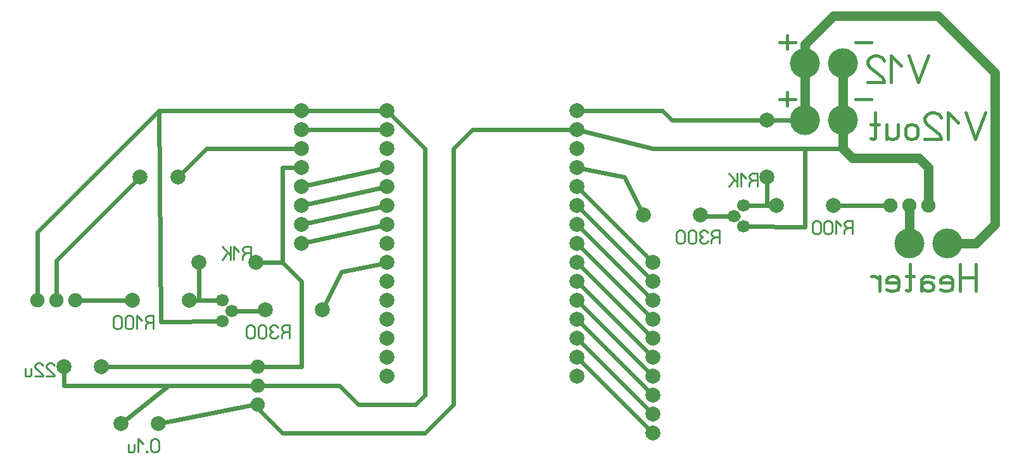
<source format=gbr>
%FSLAX34Y34*%
%MOMM*%
%LNCOPPER_BOTTOM*%
G71*
G01*
%ADD10C, 2.00*%
%ADD11C, 4.00*%
%ADD12C, 0.44*%
%ADD13C, 1.30*%
%ADD14C, 1.70*%
%ADD15C, 2.00*%
%ADD16C, 0.60*%
%ADD17C, 0.22*%
%ADD18C, 1.90*%
%LPD*%
X825500Y774700D02*
G54D10*
D03*
X825500Y749300D02*
G54D10*
D03*
X825500Y723900D02*
G54D10*
D03*
X825500Y698500D02*
G54D10*
D03*
X825500Y673100D02*
G54D10*
D03*
X825500Y647700D02*
G54D10*
D03*
X825500Y622300D02*
G54D10*
D03*
X825500Y596900D02*
G54D10*
D03*
X825500Y571500D02*
G54D10*
D03*
X825500Y546100D02*
G54D10*
D03*
X825500Y520700D02*
G54D10*
D03*
X825500Y495300D02*
G54D10*
D03*
X825500Y469900D02*
G54D10*
D03*
X825500Y444500D02*
G54D10*
D03*
X825500Y419100D02*
G54D10*
D03*
X571500Y774700D02*
G54D10*
D03*
X571500Y749300D02*
G54D10*
D03*
X571500Y723900D02*
G54D10*
D03*
X571500Y698500D02*
G54D10*
D03*
X571500Y673100D02*
G54D10*
D03*
X571500Y647700D02*
G54D10*
D03*
X571500Y622300D02*
G54D10*
D03*
X571500Y596900D02*
G54D10*
D03*
X571500Y571500D02*
G54D10*
D03*
X571500Y546100D02*
G54D10*
D03*
X571500Y520700D02*
G54D10*
D03*
X571500Y495300D02*
G54D10*
D03*
X571500Y469900D02*
G54D10*
D03*
X571500Y444500D02*
G54D10*
D03*
X571500Y419100D02*
G54D10*
D03*
X1130300Y838200D02*
G54D11*
D03*
X1181100Y838200D02*
G54D11*
D03*
G54D12*
X1117600Y866456D02*
X1096267Y866456D01*
G54D12*
X1106933Y875344D02*
X1106933Y857567D01*
G54D12*
X1219200Y866456D02*
X1197867Y866456D01*
G54D12*
X1295400Y848356D02*
X1282067Y812800D01*
X1268733Y848356D01*
G54D12*
X1258955Y835022D02*
X1245622Y848356D01*
X1245622Y812800D01*
G54D12*
X1214511Y812800D02*
X1235844Y812800D01*
X1235844Y815022D01*
X1233177Y819467D01*
X1217177Y832800D01*
X1214511Y837244D01*
X1214511Y841689D01*
X1217177Y846133D01*
X1222511Y848356D01*
X1227844Y848356D01*
X1233177Y846133D01*
X1235844Y841689D01*
X1130300Y762000D02*
G54D11*
D03*
X1181100Y762000D02*
G54D11*
D03*
G54D12*
X1117600Y790256D02*
X1096267Y790256D01*
G54D12*
X1106933Y799144D02*
X1106933Y781367D01*
G54D12*
X1219200Y790256D02*
X1197867Y790256D01*
G54D12*
X1371600Y772156D02*
X1358267Y736600D01*
X1344933Y772156D01*
G54D12*
X1335155Y758822D02*
X1321822Y772156D01*
X1321822Y736600D01*
G54D12*
X1290711Y736600D02*
X1312044Y736600D01*
X1312044Y738822D01*
X1309377Y743267D01*
X1293377Y756600D01*
X1290711Y761044D01*
X1290711Y765489D01*
X1293377Y769933D01*
X1298711Y772156D01*
X1304044Y772156D01*
X1309377Y769933D01*
X1312044Y765489D01*
G54D12*
X1264933Y741933D02*
X1264933Y750822D01*
X1267600Y755267D01*
X1272933Y756600D01*
X1278266Y755267D01*
X1280933Y750822D01*
X1280933Y741933D01*
X1278266Y737489D01*
X1272933Y736600D01*
X1267600Y737489D01*
X1264933Y741933D01*
G54D12*
X1239155Y756600D02*
X1239155Y736600D01*
G54D12*
X1239155Y741044D02*
X1241822Y737489D01*
X1247155Y736600D01*
X1252488Y737489D01*
X1255155Y741044D01*
X1255155Y756600D01*
G54D12*
X1224044Y772156D02*
X1224044Y738822D01*
X1221377Y736600D01*
X1218710Y737489D01*
G54D12*
X1229377Y756600D02*
X1218710Y756600D01*
G54D13*
X1130300Y838200D02*
X1130300Y762000D01*
G54D13*
X1181100Y838200D02*
X1181100Y762000D01*
G54D13*
X1181100Y723900D02*
X1181100Y762000D01*
X1048165Y647700D02*
G54D14*
D03*
X1035465Y633700D02*
G54D14*
D03*
X1048165Y619700D02*
G54D14*
D03*
X1092200Y647700D02*
G54D15*
D03*
X1168400Y647700D02*
G54D15*
D03*
X914400Y635000D02*
G54D15*
D03*
X990600Y635000D02*
G54D15*
D03*
G54D16*
X1041400Y633700D02*
X991900Y633700D01*
X990600Y635000D01*
G54D16*
X1048165Y619700D02*
X1130300Y619068D01*
X1130300Y723900D01*
G54D16*
X914400Y635000D02*
X889000Y685800D01*
X825500Y698500D01*
G54D16*
X1048165Y647700D02*
X1092200Y647700D01*
G54D17*
X1188467Y618489D02*
X1184467Y616267D01*
X1183133Y614044D01*
X1183133Y609600D01*
G54D17*
X1193800Y609600D02*
X1193800Y627378D01*
X1187133Y627378D01*
X1184467Y626267D01*
X1183133Y624044D01*
X1183133Y621822D01*
X1184467Y619600D01*
X1187133Y618489D01*
X1193800Y618489D01*
G54D17*
X1178244Y620711D02*
X1171577Y627378D01*
X1171577Y609600D01*
G54D17*
X1156021Y624044D02*
X1156021Y612933D01*
X1157355Y610711D01*
X1160021Y609600D01*
X1162688Y609600D01*
X1165355Y610711D01*
X1166688Y612933D01*
X1166688Y624044D01*
X1165355Y626267D01*
X1162688Y627378D01*
X1160021Y627378D01*
X1157355Y626267D01*
X1156021Y624044D01*
G54D17*
X1140465Y624044D02*
X1140465Y612933D01*
X1141799Y610711D01*
X1144465Y609600D01*
X1147132Y609600D01*
X1149799Y610711D01*
X1151132Y612933D01*
X1151132Y624044D01*
X1149799Y626267D01*
X1147132Y627378D01*
X1144465Y627378D01*
X1141799Y626267D01*
X1140465Y624044D01*
G54D17*
X1010667Y605789D02*
X1006667Y603567D01*
X1005333Y601344D01*
X1005333Y596900D01*
G54D17*
X1016000Y596900D02*
X1016000Y614678D01*
X1009333Y614678D01*
X1006667Y613567D01*
X1005333Y611344D01*
X1005333Y609122D01*
X1006667Y606900D01*
X1009333Y605789D01*
X1016000Y605789D01*
G54D17*
X1000444Y611344D02*
X999111Y613567D01*
X996444Y614678D01*
X993777Y614678D01*
X991111Y613567D01*
X989777Y611344D01*
X989777Y609122D01*
X991111Y606900D01*
X993777Y605789D01*
X991111Y604678D01*
X989777Y602456D01*
X989777Y600233D01*
X991111Y598011D01*
X993777Y596900D01*
X996444Y596900D01*
X999111Y598011D01*
X1000444Y600233D01*
G54D17*
X974221Y611344D02*
X974221Y600233D01*
X975555Y598011D01*
X978221Y596900D01*
X980888Y596900D01*
X983555Y598011D01*
X984888Y600233D01*
X984888Y611344D01*
X983555Y613567D01*
X980888Y614678D01*
X978221Y614678D01*
X975555Y613567D01*
X974221Y611344D01*
G54D17*
X958665Y611344D02*
X958665Y600233D01*
X959999Y598011D01*
X962665Y596900D01*
X965332Y596900D01*
X967999Y598011D01*
X969332Y600233D01*
X969332Y611344D01*
X967999Y613567D01*
X965332Y614678D01*
X962665Y614678D01*
X959999Y613567D01*
X958665Y611344D01*
X1079500Y762000D02*
G54D15*
D03*
X1079500Y685800D02*
G54D15*
D03*
G54D16*
X1079500Y685800D02*
X1079500Y647700D01*
G54D17*
X1061467Y681989D02*
X1057467Y679767D01*
X1056133Y677544D01*
X1056133Y673100D01*
G54D17*
X1066800Y673100D02*
X1066800Y690878D01*
X1060133Y690878D01*
X1057467Y689767D01*
X1056133Y687544D01*
X1056133Y685322D01*
X1057467Y683100D01*
X1060133Y681989D01*
X1066800Y681989D01*
G54D17*
X1051244Y684211D02*
X1044577Y690878D01*
X1044577Y673100D01*
G54D17*
X1039688Y673100D02*
X1039688Y690878D01*
G54D17*
X1039688Y678656D02*
X1029021Y690878D01*
G54D17*
X1035688Y681989D02*
X1029021Y673100D01*
X1244600Y647700D02*
G54D18*
D03*
X1270000Y647700D02*
G54D18*
D03*
X1295400Y647700D02*
G54D18*
D03*
G54D16*
X1168400Y647700D02*
X1244600Y647700D01*
G54D13*
X1295400Y647700D02*
X1295400Y698500D01*
X1282700Y711200D01*
X1193800Y711200D01*
X1181100Y723900D01*
X1270000Y596900D02*
G54D11*
D03*
G54D13*
X1270000Y596900D02*
X1270000Y647700D01*
G54D13*
X1130300Y838200D02*
X1130300Y863600D01*
X1168400Y901700D01*
X1308100Y901700D01*
X1384300Y825500D01*
X1384300Y622300D01*
X1358900Y596900D01*
X1333500Y596900D01*
X1320800Y596900D02*
G54D11*
D03*
G54D12*
X1358900Y533400D02*
X1358900Y568956D01*
G54D12*
X1337567Y533400D02*
X1337567Y568956D01*
G54D12*
X1358900Y551178D02*
X1337567Y551178D01*
G54D12*
X1311789Y535622D02*
X1316056Y533400D01*
X1321389Y533400D01*
X1326722Y535622D01*
X1327789Y540067D01*
X1327789Y547622D01*
X1325122Y552067D01*
X1319789Y553400D01*
X1314456Y552067D01*
X1311789Y548956D01*
X1311789Y544511D01*
X1327789Y544511D01*
G54D12*
X1302011Y551178D02*
X1296678Y553400D01*
X1290278Y553400D01*
X1286011Y548956D01*
X1286011Y533400D01*
G54D12*
X1286011Y540067D02*
X1288678Y544511D01*
X1294011Y545400D01*
X1299344Y544511D01*
X1302011Y540067D01*
X1300944Y535622D01*
X1296678Y533400D01*
X1294011Y533400D01*
X1292944Y533400D01*
X1288678Y535622D01*
X1286011Y540067D01*
G54D12*
X1270900Y568956D02*
X1270900Y535622D01*
X1268233Y533400D01*
X1265566Y534289D01*
G54D12*
X1276233Y553400D02*
X1265566Y553400D01*
G54D12*
X1239788Y535622D02*
X1244055Y533400D01*
X1249388Y533400D01*
X1254721Y535622D01*
X1255788Y540067D01*
X1255788Y547622D01*
X1253121Y552067D01*
X1247788Y553400D01*
X1242455Y552067D01*
X1239788Y548956D01*
X1239788Y544511D01*
X1255788Y544511D01*
G54D12*
X1230010Y533400D02*
X1230010Y553400D01*
G54D12*
X1230010Y548956D02*
X1224677Y553400D01*
X1219343Y553400D01*
G54D16*
X1130300Y762000D02*
X1079500Y762000D01*
X952500Y762000D01*
X939800Y774700D01*
X825500Y774700D01*
G54D16*
X825500Y749300D02*
X927100Y723900D01*
X1181100Y723900D01*
G54D16*
X571500Y774700D02*
X457200Y774700D01*
G54D16*
X571500Y749300D02*
X457200Y749300D01*
G54D16*
X571500Y698500D02*
X457200Y673100D01*
G54D16*
X571500Y673100D02*
X457200Y647700D01*
X457200Y774700D02*
G54D10*
D03*
X457200Y749300D02*
G54D10*
D03*
X457200Y673100D02*
G54D10*
D03*
X457200Y647700D02*
G54D10*
D03*
X351705Y520700D02*
G54D14*
D03*
X364405Y506700D02*
G54D14*
D03*
X351705Y492700D02*
G54D14*
D03*
X307670Y520700D02*
G54D15*
D03*
X231470Y520700D02*
G54D15*
D03*
X485470Y508000D02*
G54D15*
D03*
X409270Y508000D02*
G54D15*
D03*
G54D16*
X358470Y506700D02*
X407970Y506700D01*
X409270Y508000D01*
G54D16*
X351705Y492700D02*
X269570Y492068D01*
X266700Y774700D01*
X457200Y774700D01*
G54D16*
X485470Y508000D02*
X510870Y558800D01*
X574370Y571500D01*
G54D16*
X351705Y520700D02*
X307670Y520700D01*
G54D17*
X254072Y491489D02*
X250072Y489267D01*
X248738Y487044D01*
X248738Y482600D01*
G54D17*
X259405Y482600D02*
X259405Y500378D01*
X252738Y500378D01*
X250072Y499267D01*
X248738Y497044D01*
X248738Y494822D01*
X250072Y492600D01*
X252738Y491489D01*
X259405Y491489D01*
G54D17*
X243849Y493711D02*
X237182Y500378D01*
X237182Y482600D01*
G54D17*
X221626Y497044D02*
X221626Y485933D01*
X222960Y483711D01*
X225626Y482600D01*
X228293Y482600D01*
X230960Y483711D01*
X232293Y485933D01*
X232293Y497044D01*
X230960Y499267D01*
X228293Y500378D01*
X225626Y500378D01*
X222960Y499267D01*
X221626Y497044D01*
G54D17*
X206070Y497044D02*
X206070Y485933D01*
X207404Y483711D01*
X210070Y482600D01*
X212737Y482600D01*
X215404Y483711D01*
X216737Y485933D01*
X216737Y497044D01*
X215404Y499267D01*
X212737Y500378D01*
X210070Y500378D01*
X207404Y499267D01*
X206070Y497044D01*
G54D17*
X435872Y478789D02*
X431872Y476567D01*
X430538Y474344D01*
X430538Y469900D01*
G54D17*
X441205Y469900D02*
X441205Y487678D01*
X434538Y487678D01*
X431872Y486567D01*
X430538Y484344D01*
X430538Y482122D01*
X431872Y479900D01*
X434538Y478789D01*
X441205Y478789D01*
G54D17*
X425649Y484344D02*
X424316Y486567D01*
X421649Y487678D01*
X418982Y487678D01*
X416316Y486567D01*
X414982Y484344D01*
X414982Y482122D01*
X416316Y479900D01*
X418982Y478789D01*
X416316Y477678D01*
X414982Y475456D01*
X414982Y473233D01*
X416316Y471011D01*
X418982Y469900D01*
X421649Y469900D01*
X424316Y471011D01*
X425649Y473233D01*
G54D17*
X399426Y484344D02*
X399426Y473233D01*
X400760Y471011D01*
X403426Y469900D01*
X406093Y469900D01*
X408760Y471011D01*
X410093Y473233D01*
X410093Y484344D01*
X408760Y486567D01*
X406093Y487678D01*
X403426Y487678D01*
X400760Y486567D01*
X399426Y484344D01*
G54D17*
X383870Y484344D02*
X383870Y473233D01*
X385204Y471011D01*
X387870Y469900D01*
X390537Y469900D01*
X393204Y471011D01*
X394537Y473233D01*
X394537Y484344D01*
X393204Y486567D01*
X390537Y487678D01*
X387870Y487678D01*
X385204Y486567D01*
X383870Y484344D01*
X396570Y571500D02*
G54D15*
D03*
X320370Y571500D02*
G54D15*
D03*
G54D16*
X320370Y571500D02*
X320370Y520700D01*
G54D17*
X383870Y584200D02*
X379870Y581978D01*
X378537Y579756D01*
X378537Y575311D01*
G54D17*
X389203Y575311D02*
X389203Y593089D01*
X382537Y593089D01*
X379870Y591978D01*
X378537Y589756D01*
X378537Y587533D01*
X379870Y585311D01*
X382537Y584200D01*
X389203Y584200D01*
G54D17*
X373647Y586422D02*
X366981Y593089D01*
X366981Y575311D01*
G54D17*
X362091Y575311D02*
X362091Y593089D01*
G54D17*
X362091Y580867D02*
X351425Y593089D01*
G54D17*
X358091Y584200D02*
X351425Y575311D01*
X155270Y520700D02*
G54D18*
D03*
X129870Y520700D02*
G54D18*
D03*
X104470Y520700D02*
G54D18*
D03*
G54D16*
X231470Y520700D02*
X155270Y520700D01*
X457200Y622300D02*
G54D10*
D03*
X457200Y596900D02*
G54D10*
D03*
G54D16*
X571500Y647700D02*
X457200Y622300D01*
G54D16*
X571500Y622300D02*
X457200Y596900D01*
G54D16*
X104470Y520700D02*
X104470Y612470D01*
X266700Y774700D01*
G54D16*
X129870Y520700D02*
X129870Y574370D01*
X241300Y685800D01*
X457200Y723900D02*
G54D10*
D03*
X292100Y685800D02*
G54D10*
D03*
X241300Y685800D02*
G54D10*
D03*
X457200Y698500D02*
G54D10*
D03*
G54D16*
X292100Y685800D02*
X330200Y723900D01*
X457200Y723900D01*
G54D16*
X457200Y698500D02*
X431800Y698500D01*
X431800Y571500D01*
X457200Y546100D01*
X457200Y431800D01*
G54D16*
X396570Y571500D02*
X431800Y571500D01*
X398800Y431800D02*
G54D18*
D03*
X398800Y406400D02*
G54D18*
D03*
X398800Y381000D02*
G54D18*
D03*
G54D16*
X329400Y431800D02*
X457200Y431800D01*
G54D16*
X393700Y406400D02*
X139700Y406400D01*
X139700Y431800D01*
G54D16*
X279400Y406400D02*
X215900Y355600D01*
G54D16*
X265900Y355600D02*
X393700Y381000D01*
G54D16*
X393700Y406400D02*
X508000Y406400D01*
X533400Y381000D01*
X609600Y381000D01*
X622300Y393700D01*
X622300Y723900D01*
X571500Y774700D01*
G54D16*
X825500Y749300D02*
X685800Y749300D01*
X660400Y723900D01*
X660400Y381000D01*
X622300Y342900D01*
X431800Y342900D01*
X393700Y381000D01*
X265900Y355600D02*
G54D15*
D03*
X215900Y355600D02*
G54D15*
D03*
X189700Y431800D02*
G54D15*
D03*
X139700Y431800D02*
G54D15*
D03*
G54D16*
X189700Y431800D02*
X342900Y431800D01*
G54D17*
X256033Y331944D02*
X256033Y320833D01*
X257367Y318611D01*
X260033Y317500D01*
X262700Y317500D01*
X265367Y318611D01*
X266700Y320833D01*
X266700Y331944D01*
X265367Y334167D01*
X262700Y335278D01*
X260033Y335278D01*
X257367Y334167D01*
X256033Y331944D01*
G54D17*
X250077Y317500D02*
X251144Y317500D01*
X251144Y318389D01*
X250077Y318389D01*
X250077Y317500D01*
X251144Y317500D01*
G54D17*
X245188Y328611D02*
X238521Y335278D01*
X238521Y317500D01*
G54D17*
X225632Y327500D02*
X225632Y317500D01*
G54D17*
X225632Y319722D02*
X226965Y317944D01*
X229632Y317500D01*
X232299Y317944D01*
X233632Y319722D01*
X233632Y327500D01*
G54D17*
X116333Y419100D02*
X127000Y419100D01*
X127000Y420211D01*
X125667Y422433D01*
X117667Y429100D01*
X116333Y431322D01*
X116333Y433544D01*
X117667Y435767D01*
X120333Y436878D01*
X123000Y436878D01*
X125667Y435767D01*
X127000Y433544D01*
G54D17*
X100777Y419100D02*
X111444Y419100D01*
X111444Y420211D01*
X110111Y422433D01*
X102111Y429100D01*
X100777Y431322D01*
X100777Y433544D01*
X102111Y435767D01*
X104777Y436878D01*
X107444Y436878D01*
X110111Y435767D01*
X111444Y433544D01*
G54D17*
X87888Y429100D02*
X87888Y419100D01*
G54D17*
X87888Y421322D02*
X89221Y419544D01*
X91888Y419100D01*
X94555Y419544D01*
X95888Y421322D01*
X95888Y429100D01*
X927100Y571500D02*
G54D10*
D03*
X927100Y546100D02*
G54D10*
D03*
X927100Y520700D02*
G54D10*
D03*
X927100Y495300D02*
G54D10*
D03*
X927100Y469900D02*
G54D10*
D03*
X927100Y444500D02*
G54D10*
D03*
X927100Y419100D02*
G54D10*
D03*
X927100Y393700D02*
G54D10*
D03*
X927100Y368300D02*
G54D10*
D03*
G54D16*
X825500Y673100D02*
X927100Y571500D01*
G54D16*
X825500Y647700D02*
X927100Y546100D01*
G54D16*
X825500Y622300D02*
X927100Y520700D01*
G54D16*
X825500Y596900D02*
X927100Y495300D01*
G54D16*
X825500Y571500D02*
X927100Y469900D01*
G54D16*
X825500Y546100D02*
X927100Y444500D01*
G54D16*
X825500Y520700D02*
X927100Y419100D01*
G54D16*
X825500Y495300D02*
X927100Y393700D01*
G54D16*
X825500Y469900D02*
X927100Y368300D01*
X927100Y342900D02*
G54D10*
D03*
G54D16*
X825500Y444500D02*
X927100Y342900D01*
M02*

</source>
